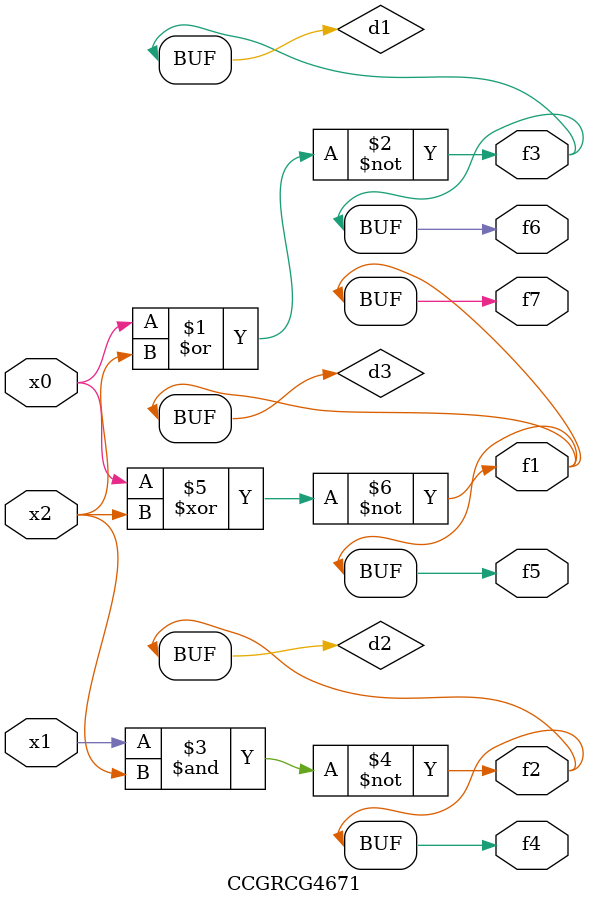
<source format=v>
module CCGRCG4671(
	input x0, x1, x2,
	output f1, f2, f3, f4, f5, f6, f7
);

	wire d1, d2, d3;

	nor (d1, x0, x2);
	nand (d2, x1, x2);
	xnor (d3, x0, x2);
	assign f1 = d3;
	assign f2 = d2;
	assign f3 = d1;
	assign f4 = d2;
	assign f5 = d3;
	assign f6 = d1;
	assign f7 = d3;
endmodule

</source>
